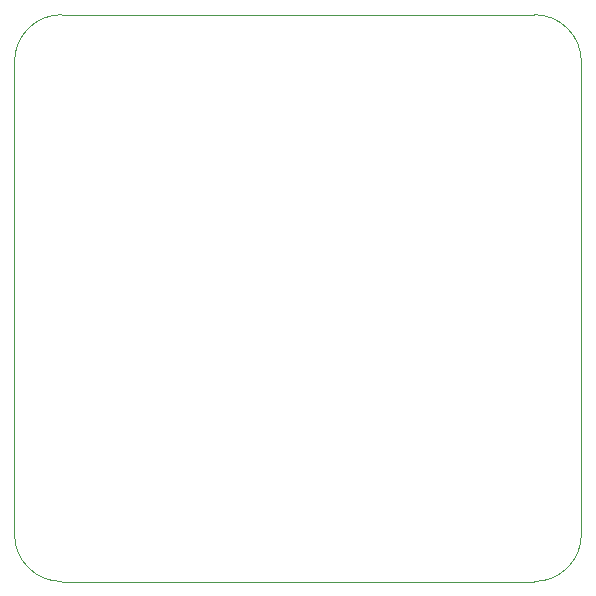
<source format=gbr>
%TF.GenerationSoftware,KiCad,Pcbnew,9.0.3*%
%TF.CreationDate,2025-08-18T23:52:33+02:00*%
%TF.ProjectId,main,6d61696e-2e6b-4696-9361-645f70636258,1.0*%
%TF.SameCoordinates,Original*%
%TF.FileFunction,Profile,NP*%
%FSLAX46Y46*%
G04 Gerber Fmt 4.6, Leading zero omitted, Abs format (unit mm)*
G04 Created by KiCad (PCBNEW 9.0.3) date 2025-08-18 23:52:33*
%MOMM*%
%LPD*%
G01*
G04 APERTURE LIST*
%TA.AperFunction,Profile*%
%ADD10C,0.050000*%
%TD*%
G04 APERTURE END LIST*
D10*
X174000000Y-80000000D02*
X174000000Y-120000000D01*
X126000000Y-80000000D02*
G75*
G02*
X130000000Y-76000000I4000000J0D01*
G01*
X174000000Y-120000000D02*
G75*
G02*
X170000000Y-124000000I-4000000J0D01*
G01*
X170000000Y-76000000D02*
G75*
G02*
X174000000Y-80000000I0J-4000000D01*
G01*
X130000000Y-76000000D02*
X170000000Y-76000000D01*
X170000000Y-124000000D02*
X130000000Y-124000000D01*
X126000000Y-120000000D02*
X126000000Y-80000000D01*
X130000000Y-124000000D02*
G75*
G02*
X126000000Y-120000000I0J4000000D01*
G01*
M02*

</source>
